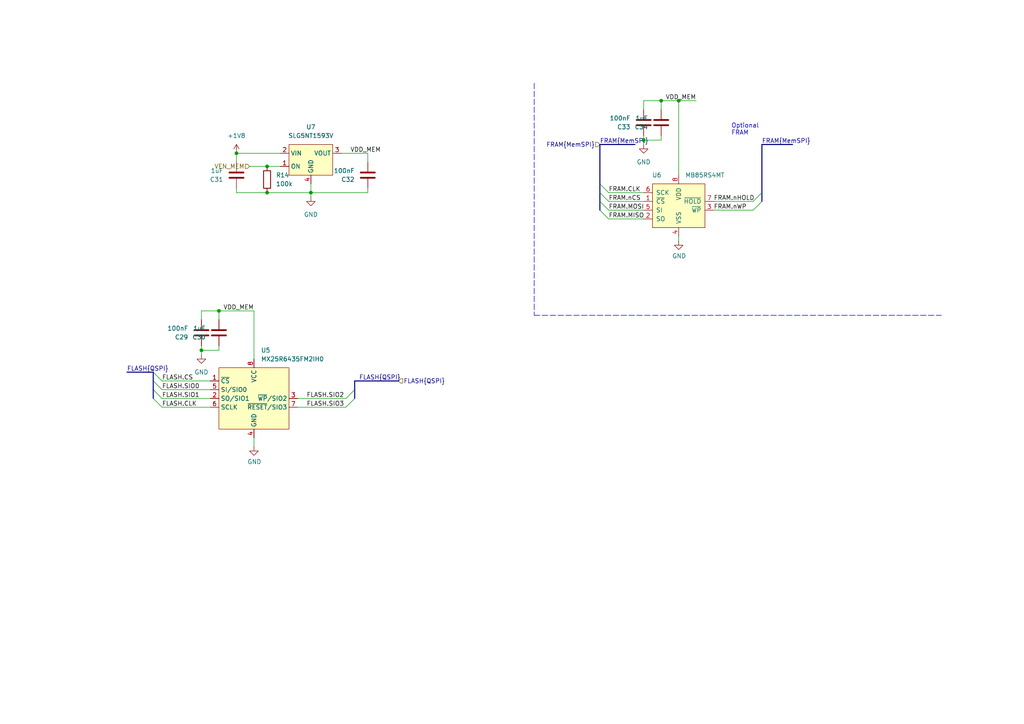
<source format=kicad_sch>
(kicad_sch (version 20211123) (generator eeschema)
  (paper "A4")
  (title_block (title "External Memory") (date "2022-09-22") (rev "1.0"))
  (lib_symbols
    (symbol "Device:C" (pin_numbers hide) (pin_names (offset 0.254))
      (property "Reference" "C" (at 0.635 2.54 0))
      (property "Value" "C" (at 0.635 -2.54 0))
      (symbol "C_0_1"
        (polyline (pts (xy -2.032 -0.762) (xy 2.032 -0.762)) (stroke (width 0.508)))
        (polyline (pts (xy -2.032 0.762) (xy 2.032 0.762)) (stroke (width 0.508)))
      )
      (symbol "C_1_1"
        (pin passive line (at 0 3.81 270) (length 2.794) (name "~") (number "1"))
        (pin passive line (at 0 -3.81 90) (length 2.794) (name "~") (number "2"))
      )
    )
    (symbol "Device:R" (pin_numbers hide) (pin_names (offset 0))
      (property "Reference" "R" (at 2.032 0 90))
      (property "Value" "R" (at 0 0 90))
      (symbol "R_0_1"
        (rectangle (start -1.016 -2.54) (end 1.016 2.54) (stroke (width 0.254)))
      )
      (symbol "R_1_1"
        (pin passive line (at 0 3.81 270) (length 1.27) (name "~") (number "1"))
        (pin passive line (at 0 -3.81 90) (length 1.27) (name "~") (number "2"))
      )
    )
    (symbol "jaspers_lib:MB85RS4MT" (pin_names (offset 1.016))
      (property "Reference" "U" (at -8.89 7.62 0))
      (property "Value" "MB85RS4MT" (at -8.89 -8.89 0))
      (symbol "MB85RS4MT_0_0"
        (pin input line (at -10.16 1.27 0) (length 2.54) (name "~{CS}") (number "1"))
        (pin output line (at -10.16 -3.81 0) (length 2.54) (name "SO") (number "2"))
        (pin input line (at 10.16 -1.27 180) (length 2.54) (name "~{WP}") (number "3"))
        (pin power_in line (at 0 -8.89 90) (length 2.54) (name "VSS") (number "4"))
        (pin input line (at -10.16 -1.27 0) (length 2.54) (name "SI") (number "5"))
        (pin input line (at -10.16 3.81 0) (length 2.54) (name "SCK") (number "6"))
        (pin input line (at 10.16 1.27 180) (length 2.54) (name "~{HOLD}") (number "7"))
        (pin power_in line (at 0 8.89 270) (length 2.54) (name "VDD") (number "8"))
      )
      (symbol "MB85RS4MT_0_1"
        (rectangle (start -7.62 6.35) (end 7.62 -6.35) (fill (type background)))
      )
    )
    (symbol "jaspers_lib:MX25R6435FM2IH0"
      (property "Reference" "U" (at -8.89 10.16 0))
      (property "Value" "MX25R6435FM2IH0" (at 10.16 -10.16 0))
      (symbol "MX25R6435FM2IH0_0_1"
        (rectangle (start -10.16 8.89) (end 10.16 -8.89) (fill (type background)))
      )
      (symbol "MX25R6435FM2IH0_1_1"
        (pin input line (at -12.7 5.08 0) (length 2.54) (name "~{CS}") (number "1"))
        (pin input line (at -12.7 0 0) (length 2.54) (name "SO/SIO1") (number "2"))
        (pin input line (at 12.7 0 180) (length 2.54) (name "~{WP}/SIO2") (number "3"))
        (pin input line (at 0 -11.43 90) (length 2.54) (name "GND") (number "4"))
        (pin input line (at -12.7 2.54 0) (length 2.54) (name "SI/SIO0") (number "5"))
        (pin input line (at -12.7 -2.54 0) (length 2.54) (name "SCLK") (number "6"))
        (pin input line (at 12.7 -2.54 180) (length 2.54) (name "~{RESET}/SIO3") (number "7"))
        (pin input line (at 0 11.43 270) (length 2.54) (name "VCC") (number "8"))
      )
    )
    (symbol "jaspers_lib:SLG5NT1593V"
      (property "Reference" "U" (at -6.35 6.35 0))
      (property "Value" "SLG5NT1593V" (at 7.62 -6.35 0))
      (symbol "SLG5NT1593V_0_1"
        (rectangle (start -6.35 3.81) (end 6.35 -5.08) (fill (type background)))
      )
      (symbol "SLG5NT1593V_1_1"
        (pin input line (at -8.89 -2.54 0) (length 2.54) (name "ON") (number "1"))
        (pin input line (at -8.89 1.27 0) (length 2.54) (name "VIN") (number "2"))
        (pin input line (at 8.89 1.27 180) (length 2.54) (name "VOUT") (number "3"))
        (pin input line (at 0 -7.62 90) (length 2.54) (name "GND") (number "4"))
      )
    )
    (symbol "power:+1V8" (power) (pin_names (offset 0))
      (property "Value" "+1V8" (at 0 3.556 0))
      (symbol "+1V8_0_1"
        (polyline (pts (xy -0.762 1.27) (xy 0 2.54)))
        (polyline (pts (xy 0 0) (xy 0 2.54)))
        (polyline (pts (xy 0 2.54) (xy 0.762 1.27)))
      )
      (symbol "+1V8_1_1"
        (pin power_in line (at 0 0 90) (length 0) hide (name "+1V8") (number "1"))
      )
    )
    (symbol "power:GND" (power) (pin_names (offset 0))
      (property "Value" "GND" (at 0 -3.81 0))
      (symbol "GND_0_1"
        (polyline (pts (xy 0 0) (xy 0 -1.27) (xy 1.27 -1.27) (xy 0 -2.54) (xy -1.27 -1.27) (xy 0 -1.27)))
      )
      (symbol "GND_1_1"
        (pin power_in line (at 0 0 270) (length 0) hide (name "GND") (number "1"))
      )
    )
  )
  (bus_alias "QSPI" (members "SIO0" "SIO1" "SIO2" "SIO3" "CS" "CLK"))
  (bus_alias "MemSPI" (members "CLK" "nCS" "MOSI" "MISO" "nHOLD" "nWP"))
  (junction (at 196.85 29.21))
  (junction (at 186.69 40.64))
  (junction (at 90.17 55.88))
  (junction (at 63.5 90.17))
  (junction (at 77.47 48.26))
  (junction (at 58.42 101.6))
  (junction (at 77.47 55.88))
  (junction (at 68.58 44.45))
  (junction (at 191.77 29.21))
  (bus_entry (at 46.99 113.03) (size -2.54 -2.54))
  (bus_entry (at 46.99 115.57) (size -2.54 -2.54))
  (bus_entry (at 46.99 118.11) (size -2.54 -2.54))
  (bus_entry (at 46.99 110.49) (size -2.54 -2.54))
  (bus_entry (at 218.44 58.42) (size 2.54 -2.54))
  (bus_entry (at 218.44 60.96) (size 2.54 -2.54))
  (bus_entry (at 173.99 53.34) (size 2.54 2.54))
  (bus_entry (at 173.99 55.88) (size 2.54 2.54))
  (bus_entry (at 173.99 58.42) (size 2.54 2.54))
  (bus_entry (at 173.99 60.96) (size 2.54 2.54))
  (bus_entry (at 100.33 118.11) (size 2.54 -2.54))
  (bus_entry (at 100.33 115.57) (size 2.54 -2.54))
  (wire (pts (xy 58.42 101.6) (xy 58.42 102.87)))
  (wire (pts (xy 99.06 44.45) (xy 106.68 44.45)))
  (bus (pts (xy 102.87 113.03) (xy 102.87 110.49)))
  (bus (pts (xy 173.99 53.34) (xy 173.99 55.88)))
  (bus (pts (xy 102.87 115.57) (xy 102.87 113.03)))
  (wire (pts (xy 186.69 55.88) (xy 176.53 55.88)))
  (bus (pts (xy 173.99 41.91) (xy 173.99 53.34)))
  (bus (pts (xy 44.45 110.49) (xy 44.45 107.95)))
  (wire (pts (xy 186.69 40.64) (xy 186.69 41.91)))
  (wire (pts (xy 58.42 100.33) (xy 58.42 101.6)))
  (wire (pts (xy 72.39 48.26) (xy 77.47 48.26)))
  (wire (pts (xy 46.99 110.49) (xy 60.96 110.49)))
  (bus (pts (xy 44.45 115.57) (xy 44.45 113.03)))
  (bus (pts (xy 173.99 55.88) (xy 173.99 58.42)))
  (wire (pts (xy 73.66 127) (xy 73.66 129.54)))
  (wire (pts (xy 186.69 31.75) (xy 186.69 29.21)))
  (wire (pts (xy 86.36 115.57) (xy 100.33 115.57)))
  (wire (pts (xy 68.58 55.88) (xy 77.47 55.88)))
  (wire (pts (xy 63.5 90.17) (xy 63.5 92.71)))
  (wire (pts (xy 73.66 90.17) (xy 73.66 104.14)))
  (wire (pts (xy 58.42 90.17) (xy 63.5 90.17)))
  (bus (pts (xy 220.98 41.91) (xy 229.87 41.91)))
  (wire (pts (xy 191.77 40.64) (xy 191.77 39.37)))
  (wire (pts (xy 90.17 55.88) (xy 90.17 57.15)))
  (wire (pts (xy 176.53 63.5) (xy 186.69 63.5)))
  (wire (pts (xy 191.77 29.21) (xy 196.85 29.21)))
  (wire (pts (xy 191.77 29.21) (xy 191.77 31.75)))
  (wire (pts (xy 186.69 60.96) (xy 176.53 60.96)))
  (wire (pts (xy 46.99 113.03) (xy 60.96 113.03)))
  (bus (pts (xy 220.98 41.91) (xy 220.98 55.88)))
  (wire (pts (xy 90.17 55.88) (xy 106.68 55.88)))
  (wire (pts (xy 68.58 54.61) (xy 68.58 55.88)))
  (wire (pts (xy 186.69 29.21) (xy 191.77 29.21)))
  (wire (pts (xy 186.69 40.64) (xy 191.77 40.64)))
  (wire (pts (xy 81.28 44.45) (xy 68.58 44.45)))
  (wire (pts (xy 46.99 115.57) (xy 60.96 115.57)))
  (bus (pts (xy 173.99 41.91) (xy 184.15 41.91)))
  (wire (pts (xy 46.99 118.11) (xy 60.96 118.11)))
  (wire (pts (xy 63.5 90.17) (xy 73.66 90.17)))
  (wire (pts (xy 63.5 101.6) (xy 63.5 100.33)))
  (bus (pts (xy 44.45 107.95) (xy 36.83 107.95)))
  (wire (pts (xy 58.42 92.71) (xy 58.42 90.17)))
  (wire (pts (xy 196.85 29.21) (xy 201.93 29.21)))
  (wire (pts (xy 77.47 48.26) (xy 81.28 48.26)))
  (wire (pts (xy 106.68 46.99) (xy 106.68 44.45)))
  (polyline (pts (xy 154.94 91.44) (xy 273.05 91.44)))
  (wire (pts (xy 86.36 118.11) (xy 100.33 118.11)))
  (wire (pts (xy 58.42 101.6) (xy 63.5 101.6)))
  (wire (pts (xy 68.58 44.45) (xy 68.58 46.99)))
  (wire (pts (xy 186.69 39.37) (xy 186.69 40.64)))
  (wire (pts (xy 196.85 29.21) (xy 196.85 50.8)))
  (wire (pts (xy 207.01 58.42) (xy 218.44 58.42)))
  (wire (pts (xy 176.53 58.42) (xy 186.69 58.42)))
  (bus (pts (xy 44.45 113.03) (xy 44.45 110.49)))
  (bus (pts (xy 220.98 55.88) (xy 220.98 58.42)))
  (polyline (pts (xy 154.94 24.13) (xy 154.94 91.44)))
  (wire (pts (xy 77.47 55.88) (xy 90.17 55.88)))
  (wire (pts (xy 90.17 53.34) (xy 90.17 55.88)))
  (wire (pts (xy 207.01 60.96) (xy 218.44 60.96)))
  (wire (pts (xy 196.85 68.58) (xy 196.85 69.85)))
  (bus (pts (xy 173.99 58.42) (xy 173.99 60.96)))
  (bus (pts (xy 102.87 110.49) (xy 115.57 110.49)))
  (wire (pts (xy 106.68 55.88) (xy 106.68 54.61)))
  (text "Optional\nFRAM" (at 212.09 39.37 0) (effects (font (size 1.27 1.27)) (justify left bottom)))
  (label "FRAM{MemSPI}" (at 173.99 41.91 0))
  (label "FRAM.CLK" (at 176.53 55.88 0))
  (label "FRAM{MemSPI}" (at 220.98 41.91 0))
  (label "FLASH.CLK" (at 46.99 118.11 0))
  (label "FRAM.nHOLD" (at 207.01 58.42 0))
  (label "FLASH.SIO1" (at 46.99 115.57 0))
  (label "VDD_MEM" (at 64.77 90.17 0))
  (label "FRAM.MISO" (at 176.53 63.5 0))
  (label "FRAM.MOSI" (at 176.53 60.96 0))
  (label "FRAM.nWP" (at 207.01 60.96 0))
  (label "FLASH.SIO2" (at 88.9 115.57 0))
  (label "VDD_MEM" (at 193.04 29.21 0))
  (label "FLASH.SIO0" (at 46.99 113.03 0))
  (label "FLASH.CS" (at 46.99 110.49 0))
  (label "FLASH{QSPI}" (at 104.14 110.49 0))
  (label "FLASH.SIO3" (at 88.9182 118.11 0))
  (label "FLASH{QSPI}" (at 36.83 107.95 0))
  (label "VDD_MEM" (at 101.6 44.45 0))
  (label "FRAM.nCS" (at 176.53 58.42 0))
  (hierarchical_label "FLASH{QSPI}" (shape input) (at 115.57 110.49 0))
  (hierarchical_label "FRAM{MemSPI}" (shape input) (at 173.99 41.91 180))
  (hierarchical_label "VEN_MEM" (shape input) (at 72.39 48.26 180))
  (symbol (lib_id "power:GND") (at 90.17 57.15 0) (unit 1)
    (property "Reference" "#PWR056" (effects hide))
    (property "Value" "GND" (at 90.17 62.23 0))
  )
  (symbol (lib_id "power:GND") (at 58.42 102.87 0) (unit 1)
    (property "Reference" "#PWR054" (effects hide))
    (property "Value" "GND" (at 58.42 107.95 0))
  )
  (symbol (lib_id "jaspers_lib:MB85RS4MT") (at 196.85 59.69 0) (unit 1)
    (property "Reference" "U6" (at 190.5 50.8 0))
    (property "Value" "MB85RS4MT" (at 204.47 50.8 0))
    (property "Footprint" "Package_SO:SO-8_5.3x6.2mm_P1.27mm" (effects hide))
    (property "Datasheet" "https://www.fujitsu.com/global/documents/products/devices/semiconductor/fram/lineup/MB85RS4MT-DS501-00053-1v0-E.pdf" (effects hide))
    (property "MPN" "MB85RS4MT" (effects hide))
  )
  (symbol (lib_id "power:+1V8") (at 68.58 44.45 0) (unit 1)
    (property "Reference" "#PWR055" (effects hide))
    (property "Value" "+1V8" (at 68.58 39.37 0))
  )
  (symbol (lib_id "jaspers_lib:SLG5NT1593V") (at 90.17 45.72 0) (unit 1)
    (property "Reference" "U7" (at 90.17 36.83 0))
    (property "Value" "SLG5NT1593V" (at 90.17 39.37 0))
    (property "Footprint" "jaspers_footprints:SLG5NT1593V" (effects hide))
    (property "Datasheet" "https://www.mouser.com/datasheet/2/665/silego_04052017_SLG5NT1593V-1105247.pdf" (effects hide))
    (property "MPN" "SLG5NT1593V" (effects hide))
  )
  (symbol (lib_id "Device:R") (at 77.47 52.07 0) (unit 1)
    (property "Reference" "R14" (at 80.01 50.7999 0) (effects (justify left)))
    (property "Value" "100k" (at 80.01 53.3399 0) (effects (justify left)))
    (property "Footprint" "Resistor_SMD:R_0402_1005Metric" (effects hide))
    (property "MPN" "ERJ-2RKF1003X" (effects hide))
  )
  (symbol (lib_id "jaspers_lib:MX25R6435FM2IH0") (at 73.66 115.57 0) (unit 1)
    (property "Reference" "U5" (at 75.6794 101.6 0) (effects (justify left)))
    (property "Value" "MX25R6435FM2IH0" (at 75.6794 104.14 0) (effects (justify left)))
    (property "Footprint" "Package_SO:SOP-8_5.28x5.23mm_P1.27mm" (effects hide))
    (property "Datasheet" "https://www.farnell.com/datasheets/2815329.pdf" (effects hide))
    (property "MPN" "MX25R6435FM2IH0" (effects hide))
  )
  (symbol (lib_id "Device:C") (at 186.69 35.56 180) (unit 1)
    (property "Reference" "C33" (at 182.88 36.8301 0) (effects (justify left)))
    (property "Value" "100nF" (at 182.88 34.2901 0) (effects (justify left)))
    (property "Footprint" "Capacitor_SMD:C_0402_1005Metric" (effects hide))
    (property "MPN" "GRM155R71C104KA88J" (effects hide))
  )
  (symbol (lib_id "Device:C") (at 63.5 96.52 180) (unit 1)
    (property "Reference" "C30" (at 59.69 97.7901 0) (effects (justify left)))
    (property "Value" "1uF" (at 59.69 95.2501 0) (effects (justify left)))
    (property "Footprint" "Capacitor_SMD:C_0402_1005Metric" (effects hide))
    (property "MPN" "CL05A105KP5NNNC" (effects hide))
  )
  (symbol (lib_id "Device:C") (at 191.77 35.56 180) (unit 1)
    (property "Reference" "C34" (at 187.96 36.8301 0) (effects (justify left)))
    (property "Value" "1uF" (at 187.96 34.2901 0) (effects (justify left)))
    (property "Footprint" "Capacitor_SMD:C_0402_1005Metric" (effects hide))
    (property "MPN" "CL05A105KP5NNNC" (effects hide))
  )
  (symbol (lib_id "power:GND") (at 186.69 41.91 0) (unit 1)
    (property "Reference" "#PWR057" (effects hide))
    (property "Value" "GND" (at 186.69 46.99 0))
  )
  (symbol (lib_id "power:GND") (at 196.85 69.85 0) (unit 1)
    (property "Reference" "#PWR046" (effects hide))
    (property "Value" "GND" (at 196.977 74.2442 0))
  )
  (symbol (lib_id "Device:C") (at 106.68 50.8 180) (unit 1)
    (property "Reference" "C32" (at 102.87 52.0701 0) (effects (justify left)))
    (property "Value" "100nF" (at 102.87 49.5301 0) (effects (justify left)))
    (property "Footprint" "Capacitor_SMD:C_0402_1005Metric" (effects hide))
    (property "MPN" "GRM155R71C104KA88J" (effects hide))
  )
  (symbol (lib_id "Device:C") (at 68.58 50.8 180) (unit 1)
    (property "Reference" "C31" (at 64.77 52.0701 0) (effects (justify left)))
    (property "Value" "1uF" (at 64.77 49.5301 0) (effects (justify left)))
    (property "Footprint" "Capacitor_SMD:C_0402_1005Metric" (effects hide))
    (property "MPN" "CL05A105KP5NNNC" (effects hide))
  )
  (symbol (lib_id "power:GND") (at 73.66 129.54 0) (unit 1)
    (property "Reference" "#PWR045" (effects hide))
    (property "Value" "GND" (at 73.787 133.9342 0))
  )
  (symbol (lib_id "Device:C") (at 58.42 96.52 180) (unit 1)
    (property "Reference" "C29" (at 54.61 97.7901 0) (effects (justify left)))
    (property "Value" "100nF" (at 54.61 95.2501 0) (effects (justify left)))
    (property "Footprint" "Capacitor_SMD:C_0402_1005Metric" (effects hide))
    (property "MPN" "GRM155R71C104KA88J" (effects hide))
  )
)
</source>
